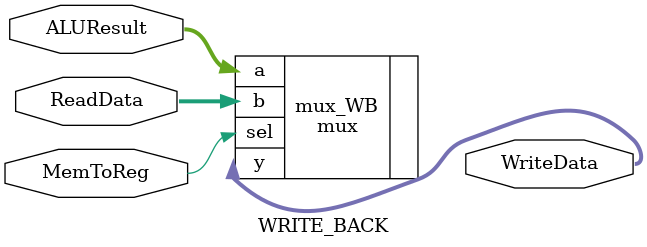
<source format=v>
`timescale 1ns / 1ps

module WRITE_BACK(
    input wire [31:0] ReadData,     // Data from memory
    input wire [31:0] ALUResult,    // Data from ALU
    input wire MemToReg,            // Control signal
    output wire [31:0] WriteData    // Data to write to the register file
);

    // Instantiate mux from I_FETCH
    mux mux_WB (
        .a(ALUResult),   // ALU result
        .b(ReadData),    // Data read from memory
        .sel(MemToReg),  // MemToReg control signal
        .y(WriteData)    // Output write data
    );

endmodule

</source>
